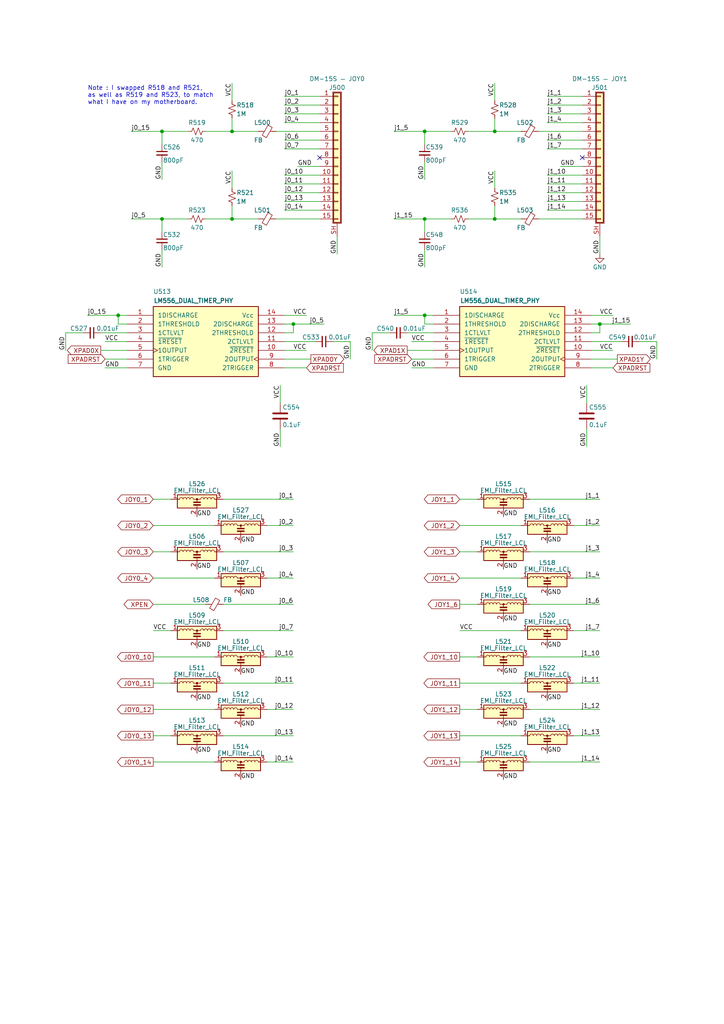
<source format=kicad_sch>
(kicad_sch (version 20230121) (generator eeschema)
  (paper "A4" portrait)
  (title_block (title "Converted schematics of Atari STE") (date "2021-08-31") (rev "1.0.0") (comment 1 "Reference : C300780-001"))
  (lib_symbols
    (symbol "Connector_Generic_Shielded:Conn_01x15_Shielded" (pin_names (offset 1.016) hide)
      (property "Reference" "J" (at 0.254 20.066 0))
      (property "Value" "Conn_01x15_Shielded" (at 1.016 -20.066 0))
      (symbol "Conn_01x15_Shielded_1_1"
        (rectangle (start -1.27 19.05) (end 1.27 -19.05) (stroke (width 0.1524)))
        (rectangle (start -1.016 -17.653) (end 0.254 -17.907) (stroke (width 0.1524)))
        (rectangle (start -1.016 -15.113) (end 0.254 -15.367) (stroke (width 0.1524)))
        (rectangle (start -1.016 -12.573) (end 0.254 -12.827) (stroke (width 0.1524)))
        (rectangle (start -1.016 -10.033) (end 0.254 -10.287) (stroke (width 0.1524)))
        (rectangle (start -1.016 -7.493) (end 0.254 -7.747) (stroke (width 0.1524)))
        (rectangle (start -1.016 -4.953) (end 0.254 -5.207) (stroke (width 0.1524)))
        (rectangle (start -1.016 -2.413) (end 0.254 -2.667) (stroke (width 0.1524)))
        (rectangle (start -1.016 0.127) (end 0.254 -0.127) (stroke (width 0.1524)))
        (rectangle (start -1.016 2.667) (end 0.254 2.413) (stroke (width 0.1524)))
        (rectangle (start -1.016 5.207) (end 0.254 4.953) (stroke (width 0.1524)))
        (rectangle (start -1.016 7.747) (end 0.254 7.493) (stroke (width 0.1524)))
        (rectangle (start -1.016 10.287) (end 0.254 10.033) (stroke (width 0.1524)))
        (rectangle (start -1.016 12.827) (end 0.254 12.573) (stroke (width 0.1524)))
        (rectangle (start -1.016 15.367) (end 0.254 15.113) (stroke (width 0.1524)))
        (rectangle (start -1.016 17.907) (end 0.254 17.653) (stroke (width 0.1524)))
        (rectangle (start -1.016 18.796) (end 1.016 -18.796) (stroke (width 0.254)) (fill (type background)))
        (pin passive line (at -5.08 17.78 0) (length 4.064) (name "Pin_1") (number "1"))
        (pin passive line (at -5.08 -5.08 0) (length 4.064) (name "Pin_10") (number "10"))
        (pin passive line (at -5.08 -7.62 0) (length 4.064) (name "Pin_11") (number "11"))
        (pin passive line (at -5.08 -10.16 0) (length 4.064) (name "Pin_12") (number "12"))
        (pin passive line (at -5.08 -12.7 0) (length 4.064) (name "Pin_13") (number "13"))
        (pin passive line (at -5.08 -15.24 0) (length 4.064) (name "Pin_14") (number "14"))
        (pin passive line (at -5.08 -17.78 0) (length 4.064) (name "Pin_15") (number "15"))
        (pin passive line (at -5.08 15.24 0) (length 4.064) (name "Pin_2") (number "2"))
        (pin passive line (at -5.08 12.7 0) (length 4.064) (name "Pin_3") (number "3"))
        (pin passive line (at -5.08 10.16 0) (length 4.064) (name "Pin_4") (number "4"))
        (pin passive line (at -5.08 7.62 0) (length 4.064) (name "Pin_5") (number "5"))
        (pin passive line (at -5.08 5.08 0) (length 4.064) (name "Pin_6") (number "6"))
        (pin passive line (at -5.08 2.54 0) (length 4.064) (name "Pin_7") (number "7"))
        (pin passive line (at -5.08 0 0) (length 4.064) (name "Pin_8") (number "8"))
        (pin passive line (at -5.08 -2.54 0) (length 4.064) (name "Pin_9") (number "9"))
        (pin passive line (at 0 -22.86 90) (length 3.81) (name "Shield") (number "SH"))
      )
    )
    (symbol "Device:C" (pin_numbers hide) (pin_names (offset 0.254))
      (property "Reference" "C" (at 0.635 2.54 0))
      (property "Value" "C" (at 0.635 -2.54 0))
      (symbol "C_0_1"
        (polyline (pts (xy -2.032 -0.762) (xy 2.032 -0.762)) (stroke (width 0.508)))
        (polyline (pts (xy -2.032 0.762) (xy 2.032 0.762)) (stroke (width 0.508)))
      )
      (symbol "C_1_1"
        (pin passive line (at 0 3.81 270) (length 2.794) (name "~") (number "1"))
        (pin passive line (at 0 -3.81 90) (length 2.794) (name "~") (number "2"))
      )
    )
    (symbol "Device:C_Small" (pin_numbers hide) (pin_names (offset 0.254) hide)
      (property "Reference" "C" (at 0.254 1.778 0))
      (property "Value" "C_Small" (at 0.254 -2.032 0))
      (symbol "C_Small_0_1"
        (polyline (pts (xy -1.524 -0.508) (xy 1.524 -0.508)) (stroke (width 0.3302)))
        (polyline (pts (xy -1.524 0.508) (xy 1.524 0.508)) (stroke (width 0.3048)))
      )
      (symbol "C_Small_1_1"
        (pin passive line (at 0 2.54 270) (length 2.032) (name "~") (number "1"))
        (pin passive line (at 0 -2.54 90) (length 2.032) (name "~") (number "2"))
      )
    )
    (symbol "Device:EMI_Filter_LCL" (pin_names (offset 0.254) hide)
      (property "Reference" "FL" (at 0 6.985 0))
      (property "Value" "Device_EMI_Filter_LCL" (at 0 5.08 0))
      (symbol "EMI_Filter_LCL_0_1"
        (rectangle (start -5.715 3.81) (end 5.715 0) (stroke (width 0.254)) (fill (type background)))
        (arc (start -4.064 2.54) (mid -4.572 3.0457) (end -5.08 2.54))
        (arc (start -3.048 2.54) (mid -3.556 3.0457) (end -4.064 2.54))
        (arc (start -2.032 2.54) (mid -2.54 3.0457) (end -3.048 2.54))
        (rectangle (start -1.016 0.762) (end 1.016 1.016) (fill (type outline)))
        (arc (start -1.016 2.54) (mid -1.524 3.0457) (end -2.032 2.54))
        (polyline (pts (xy -1.016 2.54) (xy 1.016 2.54)))
        (polyline (pts (xy 0 0.762) (xy 0 0)))
        (polyline (pts (xy 0 2.54) (xy 0 1.778)))
        (circle (center 0 2.54) (radius 0.254) (fill (type outline)))
        (rectangle (start 1.016 1.524) (end -1.016 1.778) (fill (type outline)))
        (arc (start 2.032 2.54) (mid 1.524 3.0457) (end 1.016 2.54))
        (arc (start 3.048 2.54) (mid 2.54 3.0457) (end 2.032 2.54))
        (arc (start 4.064 2.54) (mid 3.556 3.0457) (end 3.048 2.54))
        (arc (start 5.08 2.54) (mid 4.572 3.0457) (end 4.064 2.54))
      )
      (symbol "EMI_Filter_LCL_1_1"
        (pin passive line (at -7.62 2.54 0) (length 2.54) (name "1") (number "1"))
        (pin passive line (at 0 -2.54 90) (length 2.54) (name "2") (number "2"))
        (pin passive line (at 7.62 2.54 180) (length 2.54) (name "3") (number "3"))
      )
    )
    (symbol "Device:Ferrite_Bead_Small" (pin_numbers hide) (pin_names (offset 0))
      (property "Reference" "FB" (at 1.905 1.27 0))
      (property "Value" "Device_Ferrite_Bead_Small" (at 1.905 -1.27 0))
      (symbol "Ferrite_Bead_Small_0_1"
        (polyline (pts (xy 0 -1.27) (xy 0 -0.7874)))
        (polyline (pts (xy 0 0.889) (xy 0 1.2954)))
        (polyline (pts (xy -1.8288 0.2794) (xy -1.1176 1.4986) (xy 1.8288 -0.2032) (xy 1.1176 -1.4224) (xy -1.8288 0.2794)))
      )
      (symbol "Ferrite_Bead_Small_1_1"
        (pin passive line (at 0 2.54 270) (length 1.27) (name "~") (number "1"))
        (pin passive line (at 0 -2.54 90) (length 1.27) (name "~") (number "2"))
      )
    )
    (symbol "Device:R_Small_US" (pin_numbers hide) (pin_names (offset 0.254) hide)
      (property "Reference" "R" (at 0.762 0.508 0))
      (property "Value" "R_Small_US" (at 0.762 -1.016 0))
      (symbol "R_Small_US_1_1"
        (polyline (pts (xy 0 0) (xy 1.016 -0.381) (xy 0 -0.762) (xy -1.016 -1.143) (xy 0 -1.524)))
        (polyline (pts (xy 0 1.524) (xy 1.016 1.143) (xy 0 0.762) (xy -1.016 0.381) (xy 0 0)))
        (pin passive line (at 0 2.54 270) (length 1.016) (name "~") (number "1"))
        (pin passive line (at 0 -2.54 90) (length 1.016) (name "~") (number "2"))
      )
    )
    (symbol "lm556:LM556_DUAL_TIMER_PHY" (pin_names (offset 1.27))
      (property "Reference" "U" (at -15.24 15.24 0))
      (property "Value" "LM556_DUAL_TIMER_PHY" (at -15.24 12.7 0))
      (symbol "LM556_DUAL_TIMER_PHY_0_0"
        (rectangle (start -15.24 10.16) (end 15.24 -10.16) (stroke (width 0.254)) (fill (type background)))
        (pin input line (at -22.86 7.62 0) (length 7.62) (name "1DISCHARGE") (number "1"))
        (pin input line (at 22.86 -2.54 180) (length 7.62) (name "~{2RESET}") (number "10"))
        (pin input line (at 22.86 0 180) (length 7.62) (name "2CTLVLT") (number "11"))
        (pin input line (at 22.86 2.54 180) (length 7.62) (name "2THRESHOLD") (number "12"))
        (pin input line (at 22.86 5.08 180) (length 7.62) (name "2DISCHARGE") (number "13"))
        (pin power_in line (at 22.86 7.62 180) (length 7.62) (name "Vcc") (number "14"))
        (pin input line (at -22.86 5.08 0) (length 7.62) (name "1THRESHOLD") (number "2"))
        (pin input line (at -22.86 2.54 0) (length 7.62) (name "1CTLVLT") (number "3"))
        (pin input line (at -22.86 0 0) (length 7.62) (name "~{1RESET}") (number "4"))
        (pin output clock (at -22.86 -2.54 0) (length 7.62) (name "1OUTPUT") (number "5"))
        (pin input line (at -22.86 -5.08 0) (length 7.62) (name "1TRIGGER") (number "6"))
        (pin power_in line (at -22.86 -7.62 0) (length 7.62) (name "GND") (number "7"))
        (pin input line (at 22.86 -7.62 180) (length 7.62) (name "2TRIGGER") (number "8"))
        (pin output clock (at 22.86 -5.08 180) (length 7.62) (name "2OUTPUT") (number "9"))
      )
    )
    (symbol "power:GND" (power) (pin_names (offset 0))
      (property "Value" "GND" (at 0 -3.81 0))
      (symbol "GND_0_1"
        (polyline (pts (xy 0 0) (xy 0 -1.27) (xy 1.27 -1.27) (xy 0 -2.54) (xy -1.27 -1.27) (xy 0 -1.27)))
      )
      (symbol "GND_1_1"
        (pin power_in line (at 0 0 270) (length 0) hide (name "GND") (number "1"))
      )
    )
  )
  (junction (at 34.29 91.44))
  (junction (at 123.19 63.5))
  (junction (at 123.19 91.44))
  (junction (at 85.09 93.98))
  (junction (at 123.19 38.1))
  (junction (at 143.51 38.1))
  (junction (at 46.99 38.1))
  (junction (at 46.99 63.5))
  (junction (at 173.99 93.98))
  (junction (at 67.31 38.1))
  (junction (at 67.31 63.5))
  (junction (at 143.51 63.5))
  (no_connect (at 92.71 45.72))
  (no_connect (at 168.91 45.72))
  (wire (pts (xy 107.95 96.52) (xy 113.03 96.52)))
  (wire (pts (xy 46.99 52.07) (xy 46.99 46.99)))
  (wire (pts (xy 82.55 50.8) (xy 92.71 50.8)))
  (wire (pts (xy 114.3 38.1) (xy 123.19 38.1)))
  (wire (pts (xy 97.79 73.66) (xy 97.79 68.58)))
  (wire (pts (xy 80.01 63.5) (xy 92.71 63.5)))
  (wire (pts (xy 151.13 63.5) (xy 143.51 63.5)))
  (wire (pts (xy 166.37 182.88) (xy 173.99 182.88)))
  (wire (pts (xy 82.55 106.68) (xy 88.9 106.68)))
  (wire (pts (xy 151.13 38.1) (xy 143.51 38.1)))
  (wire (pts (xy 49.53 198.12) (xy 44.45 198.12)))
  (wire (pts (xy 133.35 160.02) (xy 138.43 160.02)))
  (wire (pts (xy 67.31 38.1) (xy 67.31 34.29)))
  (wire (pts (xy 173.99 93.98) (xy 182.88 93.98)))
  (wire (pts (xy 171.45 99.06) (xy 180.34 99.06)))
  (wire (pts (xy 46.99 67.31) (xy 46.99 63.5)))
  (wire (pts (xy 85.09 93.98) (xy 93.98 93.98)))
  (wire (pts (xy 81.28 124.46) (xy 81.28 129.54)))
  (wire (pts (xy 123.19 91.44) (xy 125.73 91.44)))
  (wire (pts (xy 118.11 101.6) (xy 125.73 101.6)))
  (wire (pts (xy 85.09 93.98) (xy 85.09 96.52)))
  (wire (pts (xy 64.77 198.12) (xy 85.09 198.12)))
  (wire (pts (xy 38.1 63.5) (xy 46.99 63.5)))
  (wire (pts (xy 158.75 60.96) (xy 168.91 60.96)))
  (wire (pts (xy 153.67 190.5) (xy 173.99 190.5)))
  (wire (pts (xy 170.18 111.76) (xy 170.18 116.84)))
  (wire (pts (xy 82.55 60.96) (xy 92.71 60.96)))
  (wire (pts (xy 133.35 213.36) (xy 151.13 213.36)))
  (wire (pts (xy 119.38 99.06) (xy 125.73 99.06)))
  (wire (pts (xy 44.45 160.02) (xy 49.53 160.02)))
  (wire (pts (xy 64.77 160.02) (xy 85.09 160.02)))
  (wire (pts (xy 38.1 38.1) (xy 46.99 38.1)))
  (wire (pts (xy 77.47 167.64) (xy 85.09 167.64)))
  (wire (pts (xy 82.55 27.94) (xy 92.71 27.94)))
  (wire (pts (xy 19.05 96.52) (xy 24.13 96.52)))
  (wire (pts (xy 153.67 220.98) (xy 173.99 220.98)))
  (wire (pts (xy 82.55 40.64) (xy 92.71 40.64)))
  (wire (pts (xy 82.55 91.44) (xy 88.9 91.44)))
  (wire (pts (xy 82.55 101.6) (xy 88.9 101.6)))
  (wire (pts (xy 133.35 144.78) (xy 138.43 144.78)))
  (wire (pts (xy 82.55 43.18) (xy 92.71 43.18)))
  (wire (pts (xy 156.21 38.1) (xy 168.91 38.1)))
  (wire (pts (xy 67.31 63.5) (xy 67.31 59.69)))
  (wire (pts (xy 133.35 175.26) (xy 138.43 175.26)))
  (wire (pts (xy 44.45 190.5) (xy 62.23 190.5)))
  (wire (pts (xy 46.99 41.91) (xy 46.99 38.1)))
  (wire (pts (xy 36.83 91.44) (xy 34.29 91.44)))
  (wire (pts (xy 46.99 38.1) (xy 54.61 38.1)))
  (wire (pts (xy 173.99 73.66) (xy 173.99 68.58)))
  (wire (pts (xy 158.75 55.88) (xy 168.91 55.88)))
  (wire (pts (xy 67.31 24.13) (xy 67.31 29.21)))
  (wire (pts (xy 74.93 38.1) (xy 67.31 38.1)))
  (wire (pts (xy 67.31 49.53) (xy 67.31 54.61)))
  (wire (pts (xy 123.19 93.98) (xy 123.19 91.44)))
  (wire (pts (xy 30.48 104.14) (xy 36.83 104.14)))
  (wire (pts (xy 82.55 35.56) (xy 92.71 35.56)))
  (wire (pts (xy 77.47 190.5) (xy 85.09 190.5)))
  (wire (pts (xy 153.67 175.26) (xy 173.99 175.26)))
  (wire (pts (xy 153.67 160.02) (xy 173.99 160.02)))
  (wire (pts (xy 123.19 38.1) (xy 130.81 38.1)))
  (wire (pts (xy 86.36 48.26) (xy 92.71 48.26)))
  (wire (pts (xy 158.75 30.48) (xy 168.91 30.48)))
  (wire (pts (xy 171.45 106.68) (xy 177.8 106.68)))
  (wire (pts (xy 81.28 111.76) (xy 81.28 116.84)))
  (wire (pts (xy 153.67 205.74) (xy 173.99 205.74)))
  (wire (pts (xy 133.35 220.98) (xy 138.43 220.98)))
  (wire (pts (xy 171.45 104.14) (xy 179.07 104.14)))
  (wire (pts (xy 135.89 38.1) (xy 143.51 38.1)))
  (wire (pts (xy 82.55 93.98) (xy 85.09 93.98)))
  (wire (pts (xy 156.21 63.5) (xy 168.91 63.5)))
  (wire (pts (xy 166.37 167.64) (xy 173.99 167.64)))
  (wire (pts (xy 82.55 33.02) (xy 92.71 33.02)))
  (wire (pts (xy 114.3 91.44) (xy 123.19 91.44)))
  (wire (pts (xy 158.75 53.34) (xy 168.91 53.34)))
  (wire (pts (xy 162.56 48.26) (xy 168.91 48.26)))
  (wire (pts (xy 44.45 182.88) (xy 49.53 182.88)))
  (wire (pts (xy 77.47 152.4) (xy 85.09 152.4)))
  (wire (pts (xy 133.35 182.88) (xy 151.13 182.88)))
  (wire (pts (xy 44.45 220.98) (xy 62.23 220.98)))
  (wire (pts (xy 119.38 106.68) (xy 125.73 106.68)))
  (wire (pts (xy 171.45 101.6) (xy 177.8 101.6)))
  (wire (pts (xy 46.99 77.47) (xy 46.99 72.39)))
  (wire (pts (xy 64.77 213.36) (xy 85.09 213.36)))
  (wire (pts (xy 158.75 33.02) (xy 168.91 33.02)))
  (wire (pts (xy 107.95 101.6) (xy 107.95 96.52)))
  (wire (pts (xy 133.35 205.74) (xy 138.43 205.74)))
  (wire (pts (xy 82.55 104.14) (xy 90.17 104.14)))
  (wire (pts (xy 170.18 124.46) (xy 170.18 129.54)))
  (wire (pts (xy 30.48 99.06) (xy 36.83 99.06)))
  (wire (pts (xy 133.35 198.12) (xy 151.13 198.12)))
  (wire (pts (xy 119.38 104.14) (xy 125.73 104.14)))
  (wire (pts (xy 82.55 55.88) (xy 92.71 55.88)))
  (wire (pts (xy 64.77 144.78) (xy 85.09 144.78)))
  (wire (pts (xy 82.55 30.48) (xy 92.71 30.48)))
  (wire (pts (xy 49.53 213.36) (xy 44.45 213.36)))
  (wire (pts (xy 143.51 38.1) (xy 143.51 34.29)))
  (wire (pts (xy 30.48 106.68) (xy 36.83 106.68)))
  (wire (pts (xy 125.73 93.98) (xy 123.19 93.98)))
  (wire (pts (xy 171.45 91.44) (xy 177.8 91.44)))
  (wire (pts (xy 44.45 152.4) (xy 62.23 152.4)))
  (wire (pts (xy 85.09 96.52) (xy 82.55 96.52)))
  (wire (pts (xy 59.69 38.1) (xy 67.31 38.1)))
  (wire (pts (xy 143.51 24.13) (xy 143.51 29.21)))
  (wire (pts (xy 77.47 205.74) (xy 85.09 205.74)))
  (wire (pts (xy 64.77 182.88) (xy 85.09 182.88)))
  (wire (pts (xy 123.19 67.31) (xy 123.19 63.5)))
  (wire (pts (xy 123.19 63.5) (xy 130.81 63.5)))
  (wire (pts (xy 114.3 63.5) (xy 123.19 63.5)))
  (wire (pts (xy 82.55 99.06) (xy 91.44 99.06)))
  (wire (pts (xy 29.21 101.6) (xy 36.83 101.6)))
  (wire (pts (xy 190.5 104.14) (xy 190.5 99.06)))
  (wire (pts (xy 158.75 43.18) (xy 168.91 43.18)))
  (wire (pts (xy 44.45 205.74) (xy 62.23 205.74)))
  (wire (pts (xy 74.93 63.5) (xy 67.31 63.5)))
  (wire (pts (xy 158.75 50.8) (xy 168.91 50.8)))
  (wire (pts (xy 44.45 167.64) (xy 62.23 167.64)))
  (wire (pts (xy 46.99 63.5) (xy 54.61 63.5)))
  (wire (pts (xy 158.75 58.42) (xy 168.91 58.42)))
  (wire (pts (xy 173.99 93.98) (xy 173.99 96.52)))
  (wire (pts (xy 158.75 27.94) (xy 168.91 27.94)))
  (wire (pts (xy 123.19 41.91) (xy 123.19 38.1)))
  (wire (pts (xy 59.69 63.5) (xy 67.31 63.5)))
  (wire (pts (xy 44.45 175.26) (xy 59.69 175.26)))
  (wire (pts (xy 171.45 93.98) (xy 173.99 93.98)))
  (wire (pts (xy 166.37 152.4) (xy 173.99 152.4)))
  (wire (pts (xy 123.19 52.07) (xy 123.19 46.99)))
  (wire (pts (xy 123.19 77.47) (xy 123.19 72.39)))
  (wire (pts (xy 80.01 38.1) (xy 92.71 38.1)))
  (wire (pts (xy 29.21 96.52) (xy 36.83 96.52)))
  (wire (pts (xy 25.4 91.44) (xy 34.29 91.44)))
  (wire (pts (xy 143.51 63.5) (xy 143.51 59.69)))
  (wire (pts (xy 158.75 35.56) (xy 168.91 35.56)))
  (wire (pts (xy 34.29 91.44) (xy 34.29 93.98)))
  (wire (pts (xy 118.11 96.52) (xy 125.73 96.52)))
  (wire (pts (xy 135.89 63.5) (xy 143.51 63.5)))
  (wire (pts (xy 133.35 152.4) (xy 151.13 152.4)))
  (wire (pts (xy 133.35 190.5) (xy 138.43 190.5)))
  (wire (pts (xy 82.55 53.34) (xy 92.71 53.34)))
  (wire (pts (xy 158.75 40.64) (xy 168.91 40.64)))
  (wire (pts (xy 64.77 175.26) (xy 85.09 175.26)))
  (wire (pts (xy 82.55 58.42) (xy 92.71 58.42)))
  (wire (pts (xy 101.6 104.14) (xy 101.6 99.06)))
  (wire (pts (xy 96.52 99.06) (xy 101.6 99.06)))
  (wire (pts (xy 143.51 49.53) (xy 143.51 54.61)))
  (wire (pts (xy 166.37 198.12) (xy 173.99 198.12)))
  (wire (pts (xy 34.29 93.98) (xy 36.83 93.98)))
  (wire (pts (xy 153.67 144.78) (xy 173.99 144.78)))
  (wire (pts (xy 44.45 144.78) (xy 49.53 144.78)))
  (wire (pts (xy 19.05 101.6) (xy 19.05 96.52)))
  (wire (pts (xy 173.99 96.52) (xy 171.45 96.52)))
  (wire (pts (xy 133.35 167.64) (xy 151.13 167.64)))
  (wire (pts (xy 77.47 220.98) (xy 85.09 220.98)))
  (wire (pts (xy 166.37 213.36) (xy 173.99 213.36)))
  (wire (pts (xy 190.5 99.06) (xy 185.42 99.06)))
  (text "Note : I swapped R518 and R521, \nas well as R519 and R523, to match \nwhat I have on my motherboard." (at 25.4 30.48 0) (effects (font (size 1.27 1.27)) (justify left bottom)))
  (label "GND" (at 119.38 106.68 0))
  (label "j0_12" (at 85.09 205.74 180))
  (label "GND" (at 57.15 187.96 0))
  (label "GND" (at 97.79 73.66 90))
  (label "GND" (at 69.85 210.82 0))
  (label "j0_12" (at 82.55 55.88 0))
  (label "j0_5" (at 93.98 93.98 180))
  (label "j0_3" (at 85.09 160.02 180))
  (label "j0_15" (at 38.1 38.1 0))
  (label "j0_10" (at 85.09 190.5 180))
  (label "j1_7" (at 173.99 182.88 180))
  (label "GND" (at 57.15 218.44 0))
  (label "j0_3" (at 82.55 33.02 0))
  (label "j1_15" (at 182.88 93.98 180))
  (label "j0_14" (at 82.55 60.96 0))
  (label "j0_4" (at 82.55 35.56 0))
  (label "GND" (at 146.05 180.34 0))
  (label "GND" (at 57.15 149.86 0))
  (label "j0_2" (at 85.09 152.4 180))
  (label "j1_14" (at 173.99 220.98 180))
  (label "j1_3" (at 173.99 160.02 180))
  (label "j0_11" (at 85.09 198.12 180))
  (label "VCC" (at 30.48 99.06 0))
  (label "GND" (at 69.85 226.06 0))
  (label "j1_13" (at 158.75 58.42 0))
  (label "GND" (at 158.75 218.44 0))
  (label "j1_2" (at 158.75 30.48 0))
  (label "GND" (at 19.05 101.6 90))
  (label "GND" (at 158.75 187.96 0))
  (label "j0_5" (at 38.1 63.5 0))
  (label "GND" (at 69.85 195.58 0))
  (label "j1_5" (at 114.3 38.1 0))
  (label "j1_1" (at 173.99 144.78 180))
  (label "VCC" (at 81.28 111.76 270))
  (label "j1_7" (at 158.75 43.18 0))
  (label "GND" (at 86.36 48.26 0))
  (label "GND" (at 46.99 77.47 90))
  (label "j0_15" (at 25.4 91.44 0))
  (label "GND" (at 123.19 77.47 90))
  (label "j1_14" (at 158.75 60.96 0))
  (label "VCC" (at 88.9 91.44 180))
  (label "GND" (at 158.75 203.2 0))
  (label "GND" (at 146.05 226.06 0))
  (label "GND" (at 46.99 52.07 90))
  (label "GND" (at 57.15 203.2 0))
  (label "j1_2" (at 173.99 152.4 180))
  (label "j1_13" (at 173.99 213.36 180))
  (label "j0_13" (at 85.09 213.36 180))
  (label "j1_12" (at 173.99 205.74 180))
  (label "GND" (at 146.05 210.82 0))
  (label "GND" (at 107.95 101.6 90))
  (label "j0_14" (at 85.09 220.98 180))
  (label "VCC" (at 119.38 99.06 0))
  (label "j0_7" (at 82.55 43.18 0))
  (label "GND" (at 162.56 48.26 0))
  (label "GND" (at 123.19 52.07 90))
  (label "j0_13" (at 82.55 58.42 0))
  (label "VCC" (at 143.51 24.13 270))
  (label "j0_10" (at 82.55 50.8 0))
  (label "j1_12" (at 158.75 55.88 0))
  (label "GND" (at 146.05 149.86 0))
  (label "VCC" (at 88.9 101.6 180))
  (label "j1_15" (at 114.3 63.5 0))
  (label "VCC" (at 133.35 182.88 0))
  (label "GND" (at 81.28 129.54 90))
  (label "j1_6" (at 173.99 175.26 180))
  (label "GND" (at 146.05 165.1 0))
  (label "j1_4" (at 158.75 35.56 0))
  (label "GND" (at 158.75 157.48 0))
  (label "j1_10" (at 158.75 50.8 0))
  (label "GND" (at 57.15 165.1 0))
  (label "j0_1" (at 85.09 144.78 180))
  (label "j1_4" (at 173.99 167.64 180))
  (label "VCC" (at 67.31 49.53 270))
  (label "j0_6" (at 85.09 175.26 180))
  (label "VCC" (at 143.51 49.53 270))
  (label "j1_11" (at 158.75 53.34 0))
  (label "j1_11" (at 173.99 198.12 180))
  (label "VCC" (at 177.8 91.44 180))
  (label "j1_3" (at 158.75 33.02 0))
  (label "GND" (at 146.05 195.58 0))
  (label "j1_1" (at 158.75 27.94 0))
  (label "VCC" (at 177.8 101.6 180))
  (label "j0_7" (at 85.09 182.88 180))
  (label "j0_4" (at 85.09 167.64 180))
  (label "j0_2" (at 82.55 30.48 0))
  (label "j1_6" (at 158.75 40.64 0))
  (label "GND" (at 170.18 129.54 90))
  (label "GND" (at 30.48 106.68 0))
  (label "GND" (at 173.99 73.66 90))
  (label "VCC" (at 67.31 24.13 270))
  (label "GND" (at 69.85 157.48 0))
  (label "j1_5" (at 114.3 91.44 0))
  (label "VCC" (at 170.18 111.76 270))
  (label "j0_1" (at 82.55 27.94 0))
  (label "GND" (at 190.5 104.14 90))
  (label "GND" (at 101.6 104.14 90))
  (label "j0_11" (at 82.55 53.34 0))
  (label "VCC" (at 44.45 182.88 0))
  (label "j0_6" (at 82.55 40.64 0))
  (label "GND" (at 158.75 172.72 0))
  (label "GND" (at 69.85 172.72 0))
  (label "j1_10" (at 173.99 190.5 180))
  (global_label "JOY1_4" (shape bidirectional) (at 133.35 167.64 180) (property "Intersheetrefs" "${INTERSHEET_REFS}" (effects hide)))
  (global_label "JOY1_11" (shape output) (at 133.35 198.12 180) (property "Intersheetrefs" "${INTERSHEET_REFS}" (effects hide)))
  (global_label "JOY1_6" (shape output) (at 133.35 175.26 180) (property "Intersheetrefs" "${INTERSHEET_REFS}" (effects hide)))
  (global_label "JOY0_2" (shape bidirectional) (at 44.45 152.4 180) (property "Intersheetrefs" "${INTERSHEET_REFS}" (effects hide)))
  (global_label "JOY0_3" (shape bidirectional) (at 44.45 160.02 180) (property "Intersheetrefs" "${INTERSHEET_REFS}" (effects hide)))
  (global_label "JOY0_11" (shape output) (at 44.45 198.12 180) (property "Intersheetrefs" "${INTERSHEET_REFS}" (effects hide)))
  (global_label "JOY0_14" (shape output) (at 44.45 220.98 180) (property "Intersheetrefs" "${INTERSHEET_REFS}" (effects hide)))
  (global_label "JOY0_13" (shape output) (at 44.45 213.36 180) (property "Intersheetrefs" "${INTERSHEET_REFS}" (effects hide)))
  (global_label "JOY1_2" (shape bidirectional) (at 133.35 152.4 180) (property "Intersheetrefs" "${INTERSHEET_REFS}" (effects hide)))
  (global_label "XPADRST" (shape input) (at 30.48 104.14 180) (property "Intersheetrefs" "${INTERSHEET_REFS}" (effects hide)))
  (global_label "JOY0_1" (shape bidirectional) (at 44.45 144.78 180) (property "Intersheetrefs" "${INTERSHEET_REFS}" (effects hide)))
  (global_label "JOY1_3" (shape bidirectional) (at 133.35 160.02 180) (property "Intersheetrefs" "${INTERSHEET_REFS}" (effects hide)))
  (global_label "JOY0_4" (shape bidirectional) (at 44.45 167.64 180) (property "Intersheetrefs" "${INTERSHEET_REFS}" (effects hide)))
  (global_label "XPAD0Y" (shape output) (at 90.17 104.14 0) (property "Intersheetrefs" "${INTERSHEET_REFS}" (effects hide)))
  (global_label "JOY1_14" (shape output) (at 133.35 220.98 180) (property "Intersheetrefs" "${INTERSHEET_REFS}" (effects hide)))
  (global_label "JOY1_12" (shape output) (at 133.35 205.74 180) (property "Intersheetrefs" "${INTERSHEET_REFS}" (effects hide)))
  (global_label "JOY1_1" (shape bidirectional) (at 133.35 144.78 180) (property "Intersheetrefs" "${INTERSHEET_REFS}" (effects hide)))
  (global_label "JOY1_10" (shape output) (at 133.35 190.5 180) (property "Intersheetrefs" "${INTERSHEET_REFS}" (effects hide)))
  (global_label "JOY0_12" (shape output) (at 44.45 205.74 180) (property "Intersheetrefs" "${INTERSHEET_REFS}" (effects hide)))
  (global_label "XPADRST" (shape input) (at 88.9 106.68 0) (property "Intersheetrefs" "${INTERSHEET_REFS}" (effects hide)))
  (global_label "XPAD1Y" (shape output) (at 179.07 104.14 0) (property "Intersheetrefs" "${INTERSHEET_REFS}" (effects hide)))
  (global_label "XPAD0X" (shape output) (at 29.21 101.6 180) (property "Intersheetrefs" "${INTERSHEET_REFS}" (effects hide)))
  (global_label "XPEN" (shape bidirectional) (at 44.45 175.26 180) (property "Intersheetrefs" "${INTERSHEET_REFS}" (effects hide)))
  (global_label "XPAD1X" (shape output) (at 118.11 101.6 180) (property "Intersheetrefs" "${INTERSHEET_REFS}" (effects hide)))
  (global_label "JOY0_10" (shape output) (at 44.45 190.5 180) (property "Intersheetrefs" "${INTERSHEET_REFS}" (effects hide)))
  (global_label "XPADRST" (shape input) (at 119.38 104.14 180) (property "Intersheetrefs" "${INTERSHEET_REFS}" (effects hide)))
  (global_label "JOY1_13" (shape output) (at 133.35 213.36 180) (property "Intersheetrefs" "${INTERSHEET_REFS}" (effects hide)))
  (global_label "XPADRST" (shape input) (at 177.8 106.68 0) (property "Intersheetrefs" "${INTERSHEET_REFS}" (effects hide)))
  (symbol (lib_id "lm556:LM556_DUAL_TIMER_PHY") (at 59.69 99.06 0) (unit 1)
    (property "Reference" "U513" (at 44.45 83.82 0) (effects (justify left top)))
    (property "Value" "LM556_DUAL_TIMER_PHY" (at 44.45 86.36 0) (effects (font bold) (justify left top)))
    (property "Footprint" "Package_DIP:DIP-14_W7.62mm_LongPads" (effects hide))
    (property "Datasheet" "http://www.applelogic.org/files/LM556.pdf" (effects hide))
  )
  (symbol (lib_id "lm556:LM556_DUAL_TIMER_PHY") (at 148.59 99.06 0) (unit 1)
    (property "Reference" "U514" (at 133.35 83.82 0) (effects (justify left top)))
    (property "Value" "LM556_DUAL_TIMER_PHY" (at 133.35 86.36 0) (effects (font bold) (justify left top)))
    (property "Footprint" "Package_DIP:DIP-14_W7.62mm_LongPads" (effects hide))
    (property "Datasheet" "http://www.applelogic.org/files/LM556.pdf" (effects hide))
  )
  (symbol (lib_id "Connector_Generic_Shielded:Conn_01x15_Shielded") (at 173.99 45.72 0) (unit 1)
    (property "Reference" "J501" (at 173.99 25.4 0))
    (property "Value" "DM-15S — JOY1" (at 173.99 22.86 0))
    (property "Footprint" "commons-interconnect_THT:DSUB-15-HD_Female_Horizontal_P2.29x1.98mm_EdgePinOffset8.35mm_Housed_MountingHolesOffset10.89mm" (effects hide))
  )
  (symbol (lib_id "Connector_Generic_Shielded:Conn_01x15_Shielded") (at 97.79 45.72 0) (unit 1)
    (property "Reference" "J500" (at 97.79 25.4 0))
    (property "Value" "DM-15S — JOY0" (at 97.79 22.86 0))
    (property "Footprint" "commons-interconnect_THT:DSUB-15-HD_Female_Horizontal_P2.29x1.98mm_EdgePinOffset8.35mm_Housed_MountingHolesOffset10.89mm" (effects hide))
  )
  (symbol (lib_id "Device:Ferrite_Bead_Small") (at 77.47 38.1 270) (unit 1)
    (property "Reference" "L500" (at 73.66 35.56 90) (effects (justify left)))
    (property "Value" "FB" (at 73.66 40.64 90) (effects (justify left)))
    (property "Footprint" "commons_passives_THT:Passive_THT_ferrite_bead_W3.81mm_L15.24mm" (effects hide))
  )
  (symbol (lib_id "Device:Ferrite_Bead_Small") (at 77.47 63.5 270) (unit 1)
    (property "Reference" "L501" (at 73.66 60.96 90) (effects (justify left)))
    (property "Value" "FB" (at 73.66 66.04 90) (effects (justify left)))
    (property "Footprint" "commons_passives_THT:Passive_THT_ferrite_bead_W3.81mm_L15.24mm" (effects hide))
  )
  (symbol (lib_id "Device:Ferrite_Bead_Small") (at 153.67 38.1 270) (unit 1)
    (property "Reference" "L502" (at 149.86 35.56 90) (effects (justify left)))
    (property "Value" "FB" (at 149.86 40.64 90) (effects (justify left)))
    (property "Footprint" "commons_passives_THT:Passive_THT_ferrite_bead_W3.81mm_L15.24mm" (effects hide))
  )
  (symbol (lib_id "Device:Ferrite_Bead_Small") (at 153.67 63.5 270) (unit 1)
    (property "Reference" "L503" (at 149.86 60.96 90) (effects (justify left)))
    (property "Value" "FB" (at 149.86 66.04 90) (effects (justify left)))
    (property "Footprint" "commons_passives_THT:Passive_THT_ferrite_bead_W3.81mm_L15.24mm" (effects hide))
  )
  (symbol (lib_id "Device:R_Small_US") (at 67.31 57.15 0) (unit 1)
    (property "Reference" "R521" (at 68.58 55.88 0) (effects (justify left)))
    (property "Value" "1M" (at 68.58 58.42 0) (effects (justify left)))
    (property "Footprint" "commons_passives_THT:Passive_THT_resistor_W2.54mm_L12.70mm" (effects hide))
  )
  (symbol (lib_id "Device:R_Small_US") (at 67.31 31.75 0) (unit 1)
    (property "Reference" "R518" (at 68.58 30.48 0) (effects (justify left)))
    (property "Value" "1M" (at 68.58 33.02 0) (effects (justify left)))
    (property "Footprint" "commons_passives_THT:Passive_THT_resistor_W2.54mm_L12.70mm" (effects hide))
  )
  (symbol (lib_id "Device:R_Small_US") (at 143.51 31.75 0) (unit 1)
    (property "Reference" "R528" (at 144.78 30.48 0) (effects (justify left)))
    (property "Value" "1M" (at 144.78 33.02 0) (effects (justify left)))
    (property "Footprint" "commons_passives_THT:Passive_THT_resistor_W2.54mm_L12.70mm" (effects hide))
  )
  (symbol (lib_id "Device:R_Small_US") (at 143.51 57.15 0) (unit 1)
    (property "Reference" "R535" (at 144.78 55.88 0) (effects (justify left)))
    (property "Value" "1M" (at 144.78 58.42 0) (effects (justify left)))
    (property "Footprint" "commons_passives_THT:Passive_THT_resistor_W2.54mm_L12.70mm" (effects hide))
  )
  (symbol (lib_id "Device:R_Small_US") (at 57.15 63.5 270) (unit 1)
    (property "Reference" "R523" (at 57.15 60.96 90))
    (property "Value" "470" (at 57.15 66.04 90))
    (property "Footprint" "commons_passives_THT:Passive_THT_resistor_W2.54mm_L12.70mm" (effects hide))
  )
  (symbol (lib_id "Device:R_Small_US") (at 57.15 38.1 270) (unit 1)
    (property "Reference" "R519" (at 57.15 35.56 90))
    (property "Value" "470" (at 57.15 40.64 90))
    (property "Footprint" "commons_passives_THT:Passive_THT_resistor_W2.54mm_L12.70mm" (effects hide))
  )
  (symbol (lib_id "Device:R_Small_US") (at 133.35 38.1 270) (unit 1)
    (property "Reference" "R529" (at 133.35 35.56 90))
    (property "Value" "470" (at 133.35 40.64 90))
    (property "Footprint" "commons_passives_THT:Passive_THT_resistor_W2.54mm_L12.70mm" (effects hide))
  )
  (symbol (lib_id "Device:R_Small_US") (at 133.35 63.5 270) (unit 1)
    (property "Reference" "R536" (at 133.35 60.96 90))
    (property "Value" "470" (at 133.35 66.04 90))
    (property "Footprint" "commons_passives_THT:Passive_THT_resistor_W2.54mm_L12.70mm" (effects hide))
  )
  (symbol (lib_id "Device:C_Small") (at 46.99 69.85 0) (unit 1)
    (property "Reference" "C532" (at 47.244 68.072 0) (effects (justify left)))
    (property "Value" "800pF" (at 47.244 71.882 0) (effects (justify left)))
    (property "Footprint" "commons_passives_THT:Passive_THT_capacitor_ceramic_radial_W5.08mm_L6.35mm_X11.43mm" (effects hide))
  )
  (symbol (lib_id "Device:C_Small") (at 46.99 44.45 0) (unit 1)
    (property "Reference" "C526" (at 47.244 42.672 0) (effects (justify left)))
    (property "Value" "800pF" (at 47.244 46.482 0) (effects (justify left)))
    (property "Footprint" "commons_passives_THT:Passive_THT_capacitor_ceramic_radial_W5.08mm_L6.35mm_X11.43mm" (effects hide))
  )
  (symbol (lib_id "Device:C_Small") (at 123.19 44.45 0) (unit 1)
    (property "Reference" "C539" (at 123.444 42.672 0) (effects (justify left)))
    (property "Value" "800pF" (at 123.444 46.482 0) (effects (justify left)))
    (property "Footprint" "commons_passives_THT:Passive_THT_capacitor_ceramic_radial_W5.08mm_L6.35mm_X11.43mm" (effects hide))
  )
  (symbol (lib_id "Device:C_Small") (at 123.19 69.85 0) (unit 1)
    (property "Reference" "C548" (at 123.444 68.072 0) (effects (justify left)))
    (property "Value" "800pF" (at 123.444 71.882 0) (effects (justify left)))
    (property "Footprint" "commons_passives_THT:Passive_THT_capacitor_ceramic_radial_W5.08mm_L6.35mm_X11.43mm" (effects hide))
  )
  (symbol (lib_id "Device:C_Small") (at 26.67 96.52 270) (unit 1)
    (property "Reference" "C527" (at 20.32 95.25 90) (effects (justify left)))
    (property "Value" "0.01uF" (at 27.94 95.25 90) (effects (justify left)))
    (property "Footprint" "commons_passives_THT:Passive_THT_capacitor_W2.54mm_L10.16mm" (effects hide))
  )
  (symbol (lib_id "Device:C_Small") (at 93.98 99.06 270) (unit 1)
    (property "Reference" "C533" (at 87.63 97.79 90) (effects (justify left)))
    (property "Value" "0.01uF" (at 95.25 97.79 90) (effects (justify left)))
    (property "Footprint" "commons_passives_THT:Passive_THT_capacitor_W2.54mm_L10.16mm" (effects hide))
  )
  (symbol (lib_id "Device:C_Small") (at 115.57 96.52 270) (unit 1)
    (property "Reference" "C540" (at 109.22 95.25 90) (effects (justify left)))
    (property "Value" "0.01uF" (at 116.84 95.25 90) (effects (justify left)))
    (property "Footprint" "commons_passives_THT:Passive_THT_capacitor_W2.54mm_L10.16mm" (effects hide))
  )
  (symbol (lib_id "Device:C_Small") (at 182.88 99.06 90) (unit 1)
    (property "Reference" "C549" (at 181.61 97.79 90) (effects (justify left)))
    (property "Value" "0.01uF" (at 190.5 97.79 90) (effects (justify left)))
    (property "Footprint" "commons_passives_THT:Passive_THT_capacitor_W2.54mm_L10.16mm" (effects hide))
  )
  (symbol (lib_id "Device:Ferrite_Bead_Small") (at 62.23 175.26 270) (unit 1)
    (property "Reference" "L508" (at 55.88 173.99 90) (effects (justify left)))
    (property "Value" "FB" (at 64.77 173.99 90) (effects (justify left)))
    (property "Footprint" "commons_passives_THT:Passive_THT_ferrite_bead_W3.81mm_L15.24mm" (effects hide))
  )
  (symbol (lib_id "Device:C") (at 81.28 120.65 0) (unit 1)
    (property "Reference" "C554" (at 81.915 118.11 0) (effects (justify left)))
    (property "Value" "0.1uF" (at 81.915 123.19 0) (effects (justify left)))
    (property "Footprint" "commons_passives_THT:Passive_THT_capacitor_mlcc_W2.54mm_L7.62mm" (effects hide))
  )
  (symbol (lib_id "Device:C") (at 170.18 120.65 0) (unit 1)
    (property "Reference" "C555" (at 170.815 118.11 0) (effects (justify left)))
    (property "Value" "0.1uF" (at 170.815 123.19 0) (effects (justify left)))
    (property "Footprint" "commons_passives_THT:Passive_THT_capacitor_mlcc_W2.54mm_L7.62mm" (effects hide))
  )
  (symbol (lib_id "Device:EMI_Filter_LCL") (at 57.15 147.32 0) (unit 1)
    (property "Reference" "L526" (at 57.15 140.335 0))
    (property "Value" "EMI_Filter_LCL" (at 57.15 142.24 0))
    (property "Footprint" "commons_passives_THT:Passive_THT_EMI_filter_W5.08mm_L7.62mm" (effects hide))
    (property "Datasheet" "http://www.murata.com/~/media/webrenewal/support/library/catalog/products/emc/emifil/c31e.ashx?la=en-gb" (effects hide))
  )
  (symbol (lib_id "Device:EMI_Filter_LCL") (at 69.85 154.94 0) (unit 1)
    (property "Reference" "L527" (at 69.85 147.955 0))
    (property "Value" "EMI_Filter_LCL" (at 69.85 149.86 0))
    (property "Footprint" "commons_passives_THT:Passive_THT_EMI_filter_W5.08mm_L7.62mm" (effects hide))
    (property "Datasheet" "http://www.murata.com/~/media/webrenewal/support/library/catalog/products/emc/emifil/c31e.ashx?la=en-gb" (effects hide))
  )
  (symbol (lib_id "Device:EMI_Filter_LCL") (at 57.15 162.56 0) (unit 1)
    (property "Reference" "L506" (at 57.15 155.575 0))
    (property "Value" "EMI_Filter_LCL" (at 57.15 157.48 0))
    (property "Footprint" "commons_passives_THT:Passive_THT_EMI_filter_W5.08mm_L7.62mm" (effects hide))
    (property "Datasheet" "http://www.murata.com/~/media/webrenewal/support/library/catalog/products/emc/emifil/c31e.ashx?la=en-gb" (effects hide))
  )
  (symbol (lib_id "Device:EMI_Filter_LCL") (at 69.85 170.18 0) (unit 1)
    (property "Reference" "L507" (at 69.85 163.195 0))
    (property "Value" "EMI_Filter_LCL" (at 69.85 165.1 0))
    (property "Footprint" "commons_passives_THT:Passive_THT_EMI_filter_W5.08mm_L7.62mm" (effects hide))
    (property "Datasheet" "http://www.murata.com/~/media/webrenewal/support/library/catalog/products/emc/emifil/c31e.ashx?la=en-gb" (effects hide))
  )
  (symbol (lib_id "Device:EMI_Filter_LCL") (at 57.15 185.42 0) (unit 1)
    (property "Reference" "L509" (at 57.15 178.435 0))
    (property "Value" "EMI_Filter_LCL" (at 57.15 180.34 0))
    (property "Footprint" "commons_passives_THT:Passive_THT_EMI_filter_W5.08mm_L7.62mm" (effects hide))
    (property "Datasheet" "http://www.murata.com/~/media/webrenewal/support/library/catalog/products/emc/emifil/c31e.ashx?la=en-gb" (effects hide))
  )
  (symbol (lib_id "Device:EMI_Filter_LCL") (at 69.85 193.04 0) (unit 1)
    (property "Reference" "L510" (at 69.85 186.055 0))
    (property "Value" "EMI_Filter_LCL" (at 69.85 187.96 0))
    (property "Footprint" "commons_passives_THT:Passive_THT_EMI_filter_W5.08mm_L7.62mm" (effects hide))
    (property "Datasheet" "http://www.murata.com/~/media/webrenewal/support/library/catalog/products/emc/emifil/c31e.ashx?la=en-gb" (effects hide))
  )
  (symbol (lib_id "Device:EMI_Filter_LCL") (at 57.15 200.66 0) (unit 1)
    (property "Reference" "L511" (at 57.15 193.675 0))
    (property "Value" "EMI_Filter_LCL" (at 57.15 195.58 0))
    (property "Footprint" "commons_passives_THT:Passive_THT_EMI_filter_W5.08mm_L7.62mm" (effects hide))
    (property "Datasheet" "http://www.murata.com/~/media/webrenewal/support/library/catalog/products/emc/emifil/c31e.ashx?la=en-gb" (effects hide))
  )
  (symbol (lib_id "Device:EMI_Filter_LCL") (at 69.85 208.28 0) (unit 1)
    (property "Reference" "L512" (at 69.85 201.295 0))
    (property "Value" "EMI_Filter_LCL" (at 69.85 203.2 0))
    (property "Footprint" "commons_passives_THT:Passive_THT_EMI_filter_W5.08mm_L7.62mm" (effects hide))
    (property "Datasheet" "http://www.murata.com/~/media/webrenewal/support/library/catalog/products/emc/emifil/c31e.ashx?la=en-gb" (effects hide))
  )
  (symbol (lib_id "Device:EMI_Filter_LCL") (at 57.15 215.9 0) (unit 1)
    (property "Reference" "L513" (at 57.15 208.915 0))
    (property "Value" "EMI_Filter_LCL" (at 57.15 210.82 0))
    (property "Footprint" "commons_passives_THT:Passive_THT_EMI_filter_W5.08mm_L7.62mm" (effects hide))
    (property "Datasheet" "http://www.murata.com/~/media/webrenewal/support/library/catalog/products/emc/emifil/c31e.ashx?la=en-gb" (effects hide))
  )
  (symbol (lib_id "Device:EMI_Filter_LCL") (at 69.85 223.52 0) (unit 1)
    (property "Reference" "L514" (at 69.85 216.535 0))
    (property "Value" "EMI_Filter_LCL" (at 69.85 218.44 0))
    (property "Footprint" "commons_passives_THT:Passive_THT_EMI_filter_W5.08mm_L7.62mm" (effects hide))
    (property "Datasheet" "http://www.murata.com/~/media/webrenewal/support/library/catalog/products/emc/emifil/c31e.ashx?la=en-gb" (effects hide))
  )
  (symbol (lib_id "Device:EMI_Filter_LCL") (at 146.05 147.32 0) (unit 1)
    (property "Reference" "L515" (at 146.05 140.335 0))
    (property "Value" "EMI_Filter_LCL" (at 146.05 142.24 0))
    (property "Footprint" "commons_passives_THT:Passive_THT_EMI_filter_W5.08mm_L7.62mm" (effects hide))
    (property "Datasheet" "http://www.murata.com/~/media/webrenewal/support/library/catalog/products/emc/emifil/c31e.ashx?la=en-gb" (effects hide))
  )
  (symbol (lib_id "Device:EMI_Filter_LCL") (at 158.75 154.94 0) (unit 1)
    (property "Reference" "L516" (at 158.75 147.955 0))
    (property "Value" "EMI_Filter_LCL" (at 158.75 149.86 0))
    (property "Footprint" "commons_passives_THT:Passive_THT_EMI_filter_W5.08mm_L7.62mm" (effects hide))
    (property "Datasheet" "http://www.murata.com/~/media/webrenewal/support/library/catalog/products/emc/emifil/c31e.ashx?la=en-gb" (effects hide))
  )
  (symbol (lib_id "Device:EMI_Filter_LCL") (at 146.05 162.56 0) (unit 1)
    (property "Reference" "L517" (at 146.05 155.575 0))
    (property "Value" "EMI_Filter_LCL" (at 146.05 157.48 0))
    (property "Footprint" "commons_passives_THT:Passive_THT_EMI_filter_W5.08mm_L7.62mm" (effects hide))
    (property "Datasheet" "http://www.murata.com/~/media/webrenewal/support/library/catalog/products/emc/emifil/c31e.ashx?la=en-gb" (effects hide))
  )
  (symbol (lib_id "Device:EMI_Filter_LCL") (at 158.75 170.18 0) (unit 1)
    (property "Reference" "L518" (at 158.75 163.195 0))
    (property "Value" "EMI_Filter_LCL" (at 158.75 165.1 0))
    (property "Footprint" "commons_passives_THT:Passive_THT_EMI_filter_W5.08mm_L7.62mm" (effects hide))
    (property "Datasheet" "http://www.murata.com/~/media/webrenewal/support/library/catalog/products/emc/emifil/c31e.ashx?la=en-gb" (effects hide))
  )
  (symbol (lib_id "Device:EMI_Filter_LCL") (at 158.75 185.42 0) (unit 1)
    (property "Reference" "L520" (at 158.75 178.435 0))
    (property "Value" "EMI_Filter_LCL" (at 158.75 180.34 0))
    (property "Footprint" "commons_passives_THT:Passive_THT_EMI_filter_W5.08mm_L7.62mm" (effects hide))
    (property "Datasheet" "http://www.murata.com/~/media/webrenewal/support/library/catalog/products/emc/emifil/c31e.ashx?la=en-gb" (effects hide))
  )
  (symbol (lib_id "Device:EMI_Filter_LCL") (at 146.05 193.04 0) (unit 1)
    (property "Reference" "L521" (at 146.05 186.055 0))
    (property "Value" "EMI_Filter_LCL" (at 146.05 187.96 0))
    (property "Footprint" "commons_passives_THT:Passive_THT_EMI_filter_W5.08mm_L7.62mm" (effects hide))
    (property "Datasheet" "http://www.murata.com/~/media/webrenewal/support/library/catalog/products/emc/emifil/c31e.ashx?la=en-gb" (effects hide))
  )
  (symbol (lib_id "Device:EMI_Filter_LCL") (at 158.75 200.66 0) (unit 1)
    (property "Reference" "L522" (at 158.75 193.675 0))
    (property "Value" "EMI_Filter_LCL" (at 158.75 195.58 0))
    (property "Footprint" "commons_passives_THT:Passive_THT_EMI_filter_W5.08mm_L7.62mm" (effects hide))
    (property "Datasheet" "http://www.murata.com/~/media/webrenewal/support/library/catalog/products/emc/emifil/c31e.ashx?la=en-gb" (effects hide))
  )
  (symbol (lib_id "Device:EMI_Filter_LCL") (at 146.05 208.28 0) (unit 1)
    (property "Reference" "L523" (at 146.05 201.295 0))
    (property "Value" "EMI_Filter_LCL" (at 146.05 203.2 0))
    (property "Footprint" "commons_passives_THT:Passive_THT_EMI_filter_W5.08mm_L7.62mm" (effects hide))
    (property "Datasheet" "http://www.murata.com/~/media/webrenewal/support/library/catalog/products/emc/emifil/c31e.ashx?la=en-gb" (effects hide))
  )
  (symbol (lib_id "Device:EMI_Filter_LCL") (at 158.75 215.9 0) (unit 1)
    (property "Reference" "L524" (at 158.75 208.915 0))
    (property "Value" "EMI_Filter_LCL" (at 158.75 210.82 0))
    (property "Footprint" "commons_passives_THT:Passive_THT_EMI_filter_W5.08mm_L7.62mm" (effects hide))
    (property "Datasheet" "http://www.murata.com/~/media/webrenewal/support/library/catalog/products/emc/emifil/c31e.ashx?la=en-gb" (effects hide))
  )
  (symbol (lib_id "Device:EMI_Filter_LCL") (at 146.05 223.52 0) (unit 1)
    (property "Reference" "L525" (at 146.05 216.535 0))
    (property "Value" "EMI_Filter_LCL" (at 146.05 218.44 0))
    (property "Footprint" "commons_passives_THT:Passive_THT_EMI_filter_W5.08mm_L7.62mm" (effects hide))
    (property "Datasheet" "http://www.murata.com/~/media/webrenewal/support/library/catalog/products/emc/emifil/c31e.ashx?la=en-gb" (effects hide))
  )
  (symbol (lib_id "Device:EMI_Filter_LCL") (at 146.05 177.8 0) (unit 1)
    (property "Reference" "L519" (at 146.05 170.815 0))
    (property "Value" "EMI_Filter_LCL" (at 146.05 172.72 0))
    (property "Footprint" "commons_passives_THT:Passive_THT_EMI_filter_W5.08mm_L7.62mm" (effects hide))
    (property "Datasheet" "http://www.murata.com/~/media/webrenewal/support/library/catalog/products/emc/emifil/c31e.ashx?la=en-gb" (effects hide))
  )
  (symbol (lib_id "power:GND") (at 173.99 73.66 0) (unit 1)
    (property "Reference" "#PWR017" (effects hide))
    (property "Value" "GND" (at 173.99 77.47 0))
  )
)
</source>
